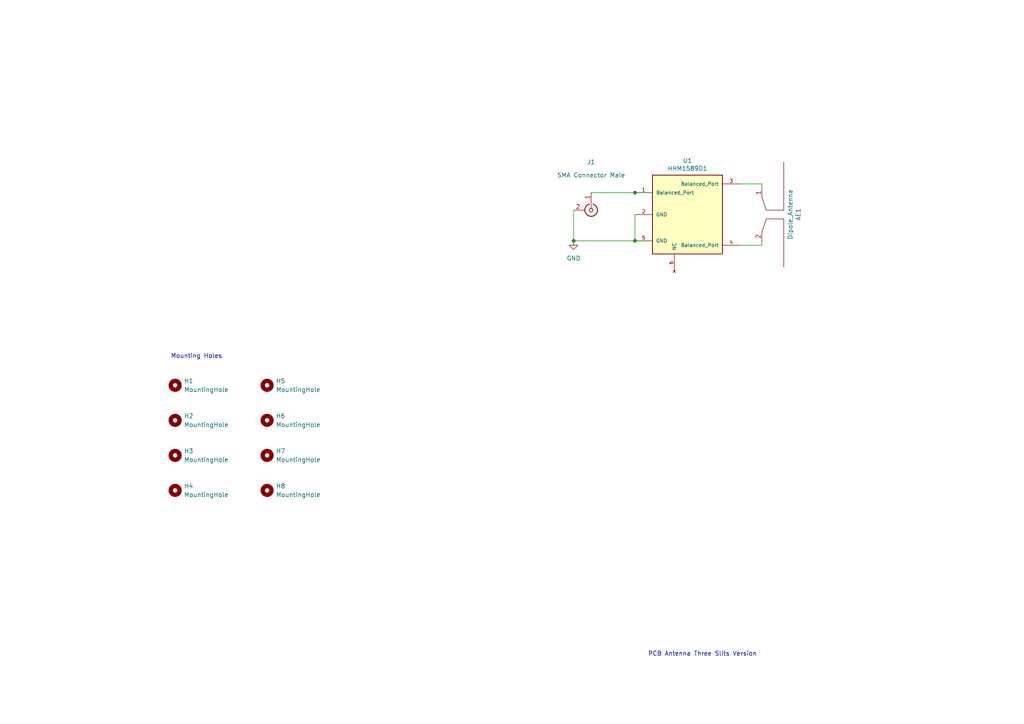
<source format=kicad_sch>
(kicad_sch (version 20211123) (generator eeschema)
  (paper "A4")
  (lib_symbols
    (symbol "Connector:Conn_Coaxial" (pin_names (offset 1.016) hide)
      (property "Reference" "J" (at 0.254 3.048 0))
      (property "Value" "Conn_Coaxial" (at 2.921 0 90))
      (symbol "Conn_Coaxial_0_1"
        (arc (start -1.778 -0.508) (mid 0.2311 -1.8066) (end 1.778 0) (stroke (width 0.254)))
        (polyline (pts (xy -2.54 0) (xy -0.508 0)))
        (polyline (pts (xy 0 -2.54) (xy 0 -1.778)))
        (circle (center 0 0) (radius 0.508) (stroke (width 0.2032)))
        (arc (start 1.778 0) (mid 0.2099 1.8101) (end -1.778 0.508) (stroke (width 0.254)))
      )
      (symbol "Conn_Coaxial_1_1"
        (pin passive line (at -5.08 0 0) (length 2.54) (name "In") (number "1"))
        (pin passive line (at 0 -5.08 90) (length 2.54) (name "Ext") (number "2"))
      )
    )
    (symbol "Mechanical:MountingHole" (pin_names (offset 1.016))
      (property "Reference" "H" (at 0 5.08 0))
      (property "Value" "MountingHole" (at 0 3.175 0))
      (symbol "MountingHole_0_1"
        (circle (center 0 0) (radius 1.27) (stroke (width 1.27)))
      )
    )
    (symbol "power:GND" (power) (pin_names (offset 0))
      (property "Value" "GND" (at 0 -3.81 0))
      (symbol "GND_0_1"
        (polyline (pts (xy 0 0) (xy 0 -1.27) (xy 1.27 -1.27) (xy 0 -2.54) (xy -1.27 -1.27) (xy 0 -1.27)))
      )
      (symbol "GND_1_1"
        (pin power_in line (at 0 0 270) (length 0) hide (name "GND") (number "1"))
      )
    )
    (symbol "solar-panel-side-Z-minus-rescue:HHM1589D1-sapling" (pin_names (offset 1.016))
      (property "Reference" "U" (at 0 0 0))
      (property "Value" "HHM1589D1-sapling" (at 0 2.54 0))
      (symbol "HHM1589D1-sapling_1_1"
        (rectangle (start -10.16 -25.4) (end 10.16 -2.54) (stroke (width 0.254)) (fill (type background)))
        (pin bidirectional line (at -15.24 -7.62 0) (length 5.08) (name "Balanced_Port") (number "1"))
        (pin power_in line (at -15.24 -13.97 0) (length 5.08) (name "GND") (number "2"))
        (pin bidirectional line (at 15.24 -5.08 180) (length 5.08) (name "Balanced_Port") (number "3"))
        (pin bidirectional line (at 15.24 -22.86 180) (length 5.08) (name "Balanced_Port") (number "4"))
        (pin power_in line (at -15.24 -21.59 0) (length 5.08) (name "GND") (number "5"))
        (pin no_connect line (at -3.81 -30.48 90) (length 5.08) (name "NC") (number "6"))
      )
    )
    (symbol "solar-panel-side-Z-minus-rescue:UHF_Dipole_Antenna-sapling" (pin_names (offset 1.016))
      (property "Reference" "AE" (at 0 2.54 0))
      (property "Value" "UHF_Dipole_Antenna-sapling" (at 0 5.08 0))
      (symbol "UHF_Dipole_Antenna-sapling_0_1"
        (polyline (pts (xy 1.27 -3.81) (xy 5.08 -5.08)))
        (polyline (pts (xy 11.43 1.27) (xy 13.97 1.27)))
        (polyline (pts (xy 13.97 1.27) (xy 15.24 1.27)))
        (polyline (pts (xy 1.27 -3.81) (xy 1.27 1.27) (xy 11.43 1.27)))
        (polyline (pts (xy -15.24 1.27) (xy -1.27 1.27) (xy -1.27 -3.81) (xy -5.08 -5.08)))
      )
      (symbol "UHF_Dipole_Antenna-sapling_1_1"
        (pin passive line (at -7.62 -5.08 0) (length 2.54) (name "~") (number "1"))
        (pin passive line (at 7.62 -5.08 180) (length 2.54) (name "~") (number "2"))
      )
    )
  )
  (junction (at 166.37 69.85))
  (junction (at 184.15 69.85))
  (junction (at 184.15 55.88))
  (wire (pts (xy 220.98 53.34) (xy 220.98 54.61)))
  (wire (pts (xy 220.98 69.85) (xy 220.98 71.12)))
  (wire (pts (xy 220.98 71.12) (xy 214.63 71.12)))
  (wire (pts (xy 189.23 69.85) (xy 184.15 69.85)))
  (wire (pts (xy 214.63 53.34) (xy 220.98 53.34)))
  (wire (pts (xy 171.45 55.88) (xy 184.15 55.88)))
  (wire (pts (xy 184.15 55.88) (xy 189.23 55.88)))
  (wire (pts (xy 184.15 62.23) (xy 184.15 69.85)))
  (wire (pts (xy 184.15 69.85) (xy 166.37 69.85)))
  (wire (pts (xy 166.37 69.85) (xy 166.37 60.96)))
  (text "Mounting Holes" (at 49.53 104.14 0) (effects (font (size 1.27 1.27)) (justify left bottom)))
  (text "PCB Antenna Three Slits Version" (at 187.96 190.5 0) (effects (font (size 1.27 1.27)) (justify left bottom)))
  (symbol (lib_id "Connector:Conn_Coaxial") (at 171.45 60.96 270) (unit 1)
    (property "Reference" "J1" (at 171.45 46.99 90))
    (property "Value" "SMA Connector Male" (at 171.45 50.8 90))
    (property "Footprint" "ISP:SMA_Connector" (effects hide))
    (property "Datasheet" " ~" (effects hide))
  )
  (symbol (lib_id "solar-panel-side-Z-minus-rescue:UHF_Dipole_Antenna-sapling") (at 226.06 62.23 270) (unit 1)
    (property "Reference" "AE1" (at 231.521 62.23 0))
    (property "Value" "Dipole_Antenna" (at 229.2096 62.23 0))
    (property "Footprint" "ISP:Antenna_Pads" (effects hide))
  )
  (symbol (lib_id "Mechanical:MountingHole") (at 77.47 142.24 0) (unit 1)
    (property "Reference" "H8" (at 80.01 140.9699 0) (effects (justify left)))
    (property "Value" "MountingHole" (at 80.01 143.5099 0) (effects (justify left)))
    (property "Footprint" "MountingHole:MountingHole_2.7mm_M2.5_DIN965_Pad" (effects hide))
  )
  (symbol (lib_id "power:GND") (at 166.37 69.85 0) (unit 1)
    (property "Reference" "#PWR0101" (effects hide))
    (property "Value" "GND" (at 166.37 74.93 0))
  )
  (symbol (lib_id "Mechanical:MountingHole") (at 77.47 111.76 0) (unit 1)
    (property "Reference" "H5" (at 80.01 110.4899 0) (effects (justify left)))
    (property "Value" "MountingHole" (at 80.01 113.0299 0) (effects (justify left)))
    (property "Footprint" "MountingHole:MountingHole_2.7mm_M2.5_DIN965_Pad" (effects hide))
  )
  (symbol (lib_id "Mechanical:MountingHole") (at 50.8 132.08 0) (unit 1)
    (property "Reference" "H3" (at 53.34 130.8099 0) (effects (justify left)))
    (property "Value" "MountingHole" (at 53.34 133.3499 0) (effects (justify left)))
    (property "Footprint" "ISP:MountingHole_3.7mm_Pad_Modified" (effects hide))
  )
  (symbol (lib_id "Mechanical:MountingHole") (at 50.8 142.24 0) (unit 1)
    (property "Reference" "H4" (at 53.34 140.9699 0) (effects (justify left)))
    (property "Value" "MountingHole" (at 53.34 143.5099 0) (effects (justify left)))
    (property "Footprint" "ISP:MountingHole_3.7mm_Pad_Modified" (effects hide))
  )
  (symbol (lib_id "Mechanical:MountingHole") (at 77.47 121.92 0) (unit 1)
    (property "Reference" "H6" (at 80.01 120.6499 0) (effects (justify left)))
    (property "Value" "MountingHole" (at 80.01 123.1899 0) (effects (justify left)))
    (property "Footprint" "MountingHole:MountingHole_2.7mm_M2.5_DIN965_Pad" (effects hide))
  )
  (symbol (lib_id "Mechanical:MountingHole") (at 77.47 132.08 0) (unit 1)
    (property "Reference" "H7" (at 80.01 130.8099 0) (effects (justify left)))
    (property "Value" "MountingHole" (at 80.01 133.3499 0) (effects (justify left)))
    (property "Footprint" "MountingHole:MountingHole_2.7mm_M2.5_DIN965_Pad" (effects hide))
  )
  (symbol (lib_id "solar-panel-side-Z-minus-rescue:HHM1589D1-sapling") (at 199.39 48.26 0) (unit 1)
    (property "Reference" "U1" (at 199.39 46.5582 0))
    (property "Value" "HHM1589D1" (at 199.39 48.8696 0))
    (property "Footprint" "RF_Converter:Balun_Johanson_5400BL15B050E" (effects hide))
  )
  (symbol (lib_id "Mechanical:MountingHole") (at 50.8 121.92 0) (unit 1)
    (property "Reference" "H2" (at 53.34 120.6499 0) (effects (justify left)))
    (property "Value" "MountingHole" (at 53.34 123.1899 0) (effects (justify left)))
    (property "Footprint" "ISP:MountingHole_3.7mm_Pad_Modified" (effects hide))
  )
  (symbol (lib_id "Mechanical:MountingHole") (at 50.8 111.76 0) (unit 1)
    (property "Reference" "H1" (at 53.34 110.4899 0) (effects (justify left)))
    (property "Value" "MountingHole" (at 53.34 113.0299 0) (effects (justify left)))
    (property "Footprint" "ISP:MountingHole_3.7mm_Pad_Modified" (effects hide))
  )
)
</source>
